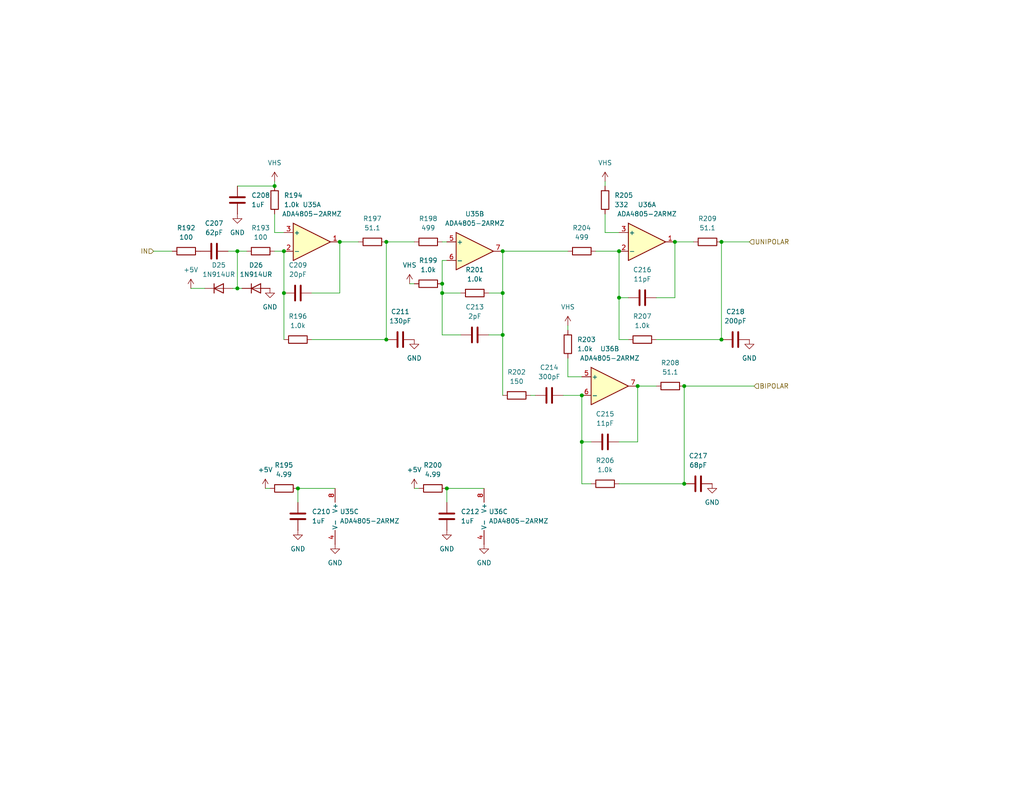
<source format=kicad_sch>
(kicad_sch (version 20231120) (generator "eeschema") (generator_version "8.0")
  (paper "USLetter")
  (title_block (title "QuERI MPU") (date "2024-06-27") (rev "RR3") (company "Noqsi Aerospace Ltd") (comment 1 "15 Blanchard Avenue, Billerica MA 01821") (comment 2 "jpd@noqsi.com"))
  (lib_symbols
    (symbol "QuERI_symbols:+2.5F" (power) (pin_names (offset 0))
      (property "Value" "+2.5F" (at 0 3.556 0))
      (symbol "+2.5F_0_1"
        (polyline (pts (xy -0.762 1.27) (xy 0 2.54)))
        (polyline (pts (xy 0 0) (xy 0 2.54)))
        (polyline (pts (xy 0 2.54) (xy 0.762 1.27)))
      )
      (symbol "+2.5F_1_1"
        (pin power_in line (at 0 0 90) (length 0) hide (name "+2.5F") (number "1"))
      )
    )
    (symbol "QuERI_symbols:1N914UR" (pin_numbers hide) (pin_names hide)
      (property "Reference" "D" (at 0 2.54 0))
      (property "Value" "1N914UR" (at 0 -2.54 0))
      (symbol "1N914UR_0_1"
        (polyline (pts (xy -1.27 1.27) (xy -1.27 -1.27)) (stroke (width 0.254)))
        (polyline (pts (xy 1.27 0) (xy -1.27 0)))
        (polyline (pts (xy 1.27 1.27) (xy 1.27 -1.27) (xy -1.27 0) (xy 1.27 1.27)) (stroke (width 0.254)))
      )
      (symbol "1N914UR_1_1"
        (pin passive line (at -3.81 0 0) (length 2.54) (name "K") (number "1"))
        (pin passive line (at 3.81 0 180) (length 2.54) (name "A") (number "2"))
      )
    )
    (symbol "QuERI_symbols:ADA4805-2ARMZ" (pin_names (offset 0.127))
      (property "Reference" "U" (at 0 5.08 0))
      (property "Value" "ADA4805-2ARMZ" (at 0 -5.08 0))
      (symbol "ADA4805-2ARMZ_1_1"
        (polyline (pts (xy -5.08 5.08) (xy 5.08 0) (xy -5.08 -5.08) (xy -5.08 5.08)) (stroke (width 0.254)) (fill (type background)))
        (pin output line (at 7.62 0 180) (length 2.54) (name "~") (number "1"))
        (pin input line (at -7.62 -2.54 0) (length 2.54) (name "-") (number "2"))
        (pin input line (at -7.62 2.54 0) (length 2.54) (name "+") (number "3"))
      )
      (symbol "ADA4805-2ARMZ_2_1"
        (polyline (pts (xy -5.08 5.08) (xy 5.08 0) (xy -5.08 -5.08) (xy -5.08 5.08)) (stroke (width 0.254)) (fill (type background)))
        (pin input line (at -7.62 2.54 0) (length 2.54) (name "+") (number "5"))
        (pin input line (at -7.62 -2.54 0) (length 2.54) (name "-") (number "6"))
        (pin output line (at 7.62 0 180) (length 2.54) (name "~") (number "7"))
      )
      (symbol "ADA4805-2ARMZ_3_1"
        (pin power_in line (at -2.54 -7.62 90) (length 3.81) (name "V-") (number "4"))
        (pin power_in line (at -2.54 7.62 270) (length 3.81) (name "V+") (number "8"))
      )
    )
    (symbol "QuERI_symbols:C" (pin_numbers hide) (pin_names (offset 0.254))
      (property "Reference" "C" (at 0.635 2.54 0))
      (property "Value" "1uF" (at 0.635 -2.54 0))
      (symbol "C_0_1"
        (polyline (pts (xy -2.032 -0.762) (xy 2.032 -0.762)) (stroke (width 0.508)))
        (polyline (pts (xy -2.032 0.762) (xy 2.032 0.762)) (stroke (width 0.508)))
      )
      (symbol "C_1_1"
        (pin passive line (at 0 3.81 270) (length 2.794) (name "~") (number "1"))
        (pin passive line (at 0 -3.81 90) (length 2.794) (name "~") (number "2"))
      )
    )
    (symbol "QuERI_symbols:Csmall" (pin_numbers hide) (pin_names (offset 0.254))
      (property "Reference" "C" (at 0.635 2.54 0))
      (property "Value" "Csmall" (at 0.635 -2.54 0))
      (symbol "Csmall_0_1"
        (polyline (pts (xy -2.032 -0.762) (xy 2.032 -0.762)) (stroke (width 0.508)))
        (polyline (pts (xy -2.032 0.762) (xy 2.032 0.762)) (stroke (width 0.508)))
      )
      (symbol "Csmall_1_1"
        (pin passive line (at 0 3.81 270) (length 2.794) (name "~") (number "1"))
        (pin passive line (at 0 -3.81 90) (length 2.794) (name "~") (number "2"))
      )
    )
    (symbol "QuERI_symbols:Rlowp" (pin_numbers hide) (pin_names (offset 0))
      (property "Reference" "R" (at 2.032 0 90))
      (property "Value" "Rlowp" (at 0 0 90))
      (symbol "Rlowp_0_1"
        (rectangle (start -1.016 -2.54) (end 1.016 2.54) (stroke (width 0.254)))
      )
      (symbol "Rlowp_1_1"
        (pin passive line (at 0 3.81 270) (length 1.27) (name "~") (number "1"))
        (pin passive line (at 0 -3.81 90) (length 1.27) (name "~") (number "2"))
      )
    )
    (symbol "power:+5V" (power) (pin_numbers hide) (pin_names (offset 0) hide)
      (property "Value" "+5V" (at 0 3.556 0))
      (symbol "+5V_0_1"
        (polyline (pts (xy -0.762 1.27) (xy 0 2.54)))
        (polyline (pts (xy 0 0) (xy 0 2.54)))
        (polyline (pts (xy 0 2.54) (xy 0.762 1.27)))
      )
      (symbol "+5V_1_1"
        (pin power_in line (at 0 0 90) (length 0) (name "~") (number "1"))
      )
    )
    (symbol "power:GND" (power) (pin_numbers hide) (pin_names (offset 0) hide)
      (property "Value" "GND" (at 0 -3.81 0))
      (symbol "GND_0_1"
        (polyline (pts (xy 0 0) (xy 0 -1.27) (xy 1.27 -1.27) (xy 0 -2.54) (xy -1.27 -1.27) (xy 0 -1.27)))
      )
      (symbol "GND_1_1"
        (pin power_in line (at 0 0 270) (length 0) (name "~") (number "1"))
      )
    )
  )
  (junction (at 137.16 80.01))
  (junction (at 186.69 132.08))
  (junction (at 137.16 68.58))
  (junction (at 120.65 80.01))
  (junction (at 196.85 66.04))
  (junction (at 196.85 92.71))
  (junction (at 64.77 78.74))
  (junction (at 77.47 68.58))
  (junction (at 137.16 91.44))
  (junction (at 105.41 66.04))
  (junction (at 158.75 107.95))
  (junction (at 158.75 120.65))
  (junction (at 74.93 50.8))
  (junction (at 184.15 66.04))
  (junction (at 105.41 92.71))
  (junction (at 81.28 133.35))
  (junction (at 168.91 81.28))
  (junction (at 64.77 68.58))
  (junction (at 173.99 105.41))
  (junction (at 121.92 133.35))
  (junction (at 168.91 68.58))
  (junction (at 92.71 66.04))
  (junction (at 120.65 77.47))
  (junction (at 77.47 80.01))
  (junction (at 186.69 105.41))
  (wire (pts (xy 168.91 92.71) (xy 168.91 81.28)))
  (wire (pts (xy 137.16 80.01) (xy 137.16 68.58)))
  (wire (pts (xy 85.09 80.01) (xy 92.71 80.01)))
  (wire (pts (xy 158.75 132.08) (xy 158.75 120.65)))
  (wire (pts (xy 64.77 68.58) (xy 67.31 68.58)))
  (wire (pts (xy 165.1 49.53) (xy 165.1 50.8)))
  (wire (pts (xy 137.16 68.58) (xy 154.94 68.58)))
  (wire (pts (xy 120.65 77.47) (xy 120.65 71.12)))
  (wire (pts (xy 154.94 97.79) (xy 154.94 102.87)))
  (wire (pts (xy 74.93 49.53) (xy 74.93 50.8)))
  (wire (pts (xy 105.41 92.71) (xy 105.41 66.04)))
  (wire (pts (xy 165.1 58.42) (xy 165.1 63.5)))
  (wire (pts (xy 74.93 68.58) (xy 77.47 68.58)))
  (wire (pts (xy 153.67 107.95) (xy 158.75 107.95)))
  (wire (pts (xy 154.94 88.9) (xy 154.94 90.17)))
  (wire (pts (xy 196.85 66.04) (xy 204.47 66.04)))
  (wire (pts (xy 74.93 63.5) (xy 77.47 63.5)))
  (wire (pts (xy 162.56 68.58) (xy 168.91 68.58)))
  (wire (pts (xy 85.09 92.71) (xy 105.41 92.71)))
  (wire (pts (xy 92.71 66.04) (xy 97.79 66.04)))
  (wire (pts (xy 184.15 81.28) (xy 184.15 66.04)))
  (wire (pts (xy 121.92 133.35) (xy 132.08 133.35)))
  (wire (pts (xy 133.35 91.44) (xy 137.16 91.44)))
  (wire (pts (xy 168.91 120.65) (xy 173.99 120.65)))
  (wire (pts (xy 165.1 63.5) (xy 168.91 63.5)))
  (wire (pts (xy 184.15 66.04) (xy 189.23 66.04)))
  (wire (pts (xy 173.99 105.41) (xy 179.07 105.41)))
  (wire (pts (xy 81.28 133.35) (xy 81.28 137.16)))
  (wire (pts (xy 158.75 120.65) (xy 161.29 120.65)))
  (wire (pts (xy 125.73 80.01) (xy 120.65 80.01)))
  (wire (pts (xy 186.69 132.08) (xy 186.69 105.41)))
  (wire (pts (xy 137.16 91.44) (xy 137.16 107.95)))
  (wire (pts (xy 81.28 133.35) (xy 91.44 133.35)))
  (wire (pts (xy 168.91 81.28) (xy 168.91 68.58)))
  (wire (pts (xy 158.75 120.65) (xy 158.75 107.95)))
  (wire (pts (xy 120.65 71.12) (xy 121.92 71.12)))
  (wire (pts (xy 154.94 102.87) (xy 158.75 102.87)))
  (wire (pts (xy 121.92 133.35) (xy 121.92 137.16)))
  (wire (pts (xy 64.77 68.58) (xy 64.77 78.74)))
  (wire (pts (xy 120.65 80.01) (xy 120.65 77.47)))
  (wire (pts (xy 113.03 133.35) (xy 114.3 133.35)))
  (wire (pts (xy 64.77 50.8) (xy 74.93 50.8)))
  (wire (pts (xy 133.35 80.01) (xy 137.16 80.01)))
  (wire (pts (xy 52.07 78.74) (xy 55.88 78.74)))
  (wire (pts (xy 186.69 105.41) (xy 205.74 105.41)))
  (wire (pts (xy 168.91 132.08) (xy 186.69 132.08)))
  (wire (pts (xy 120.65 66.04) (xy 121.92 66.04)))
  (wire (pts (xy 72.39 133.35) (xy 73.66 133.35)))
  (wire (pts (xy 137.16 91.44) (xy 137.16 80.01)))
  (wire (pts (xy 144.78 107.95) (xy 146.05 107.95)))
  (wire (pts (xy 168.91 81.28) (xy 171.45 81.28)))
  (wire (pts (xy 105.41 66.04) (xy 113.03 66.04)))
  (wire (pts (xy 171.45 92.71) (xy 168.91 92.71)))
  (wire (pts (xy 161.29 132.08) (xy 158.75 132.08)))
  (wire (pts (xy 120.65 91.44) (xy 120.65 80.01)))
  (wire (pts (xy 64.77 78.74) (xy 66.04 78.74)))
  (wire (pts (xy 63.5 78.74) (xy 64.77 78.74)))
  (wire (pts (xy 179.07 81.28) (xy 184.15 81.28)))
  (wire (pts (xy 77.47 68.58) (xy 77.47 80.01)))
  (wire (pts (xy 196.85 92.71) (xy 196.85 66.04)))
  (wire (pts (xy 74.93 58.42) (xy 74.93 63.5)))
  (wire (pts (xy 92.71 80.01) (xy 92.71 66.04)))
  (wire (pts (xy 41.91 68.58) (xy 46.99 68.58)))
  (wire (pts (xy 125.73 91.44) (xy 120.65 91.44)))
  (wire (pts (xy 77.47 80.01) (xy 77.47 92.71)))
  (wire (pts (xy 179.07 92.71) (xy 196.85 92.71)))
  (wire (pts (xy 173.99 120.65) (xy 173.99 105.41)))
  (wire (pts (xy 62.23 68.58) (xy 64.77 68.58)))
  (wire (pts (xy 111.76 77.47) (xy 113.03 77.47)))
  (hierarchical_label "UNIPOLAR" (shape input) (at 204.47 66.04 0))
  (hierarchical_label "IN" (shape input) (at 41.91 68.58 180))
  (hierarchical_label "BIPOLAR" (shape input) (at 205.74 105.41 0))
  (symbol (lib_id "QuERI_symbols:1N914UR") (at 69.85 78.74 0) (unit 1)
    (property "Reference" "D26" (at 69.85 72.39 0))
    (property "Value" "1N914UR" (at 69.85 74.93 0))
    (property "Footprint" "Diode_SMD:D_MiniMELF" (effects (hide yes)))
    (property "Description" "General Purpose Switching Diode" (effects (hide yes)))
    (property "Sim.Device" "D" (effects (hide yes)))
    (property "Sim.Pins" "1=K 2=A" (effects (hide yes)))
    (instances (project "MPU" (path "" (reference "D26") (unit 1)) (path "" (reference "D20") (unit 1))))
  )
  (symbol (lib_id "QuERI_symbols:ADA4805-2ARMZ") (at 85.09 66.04 0) (unit 1)
    (property "Reference" "U35" (at 85.09 55.88 0))
    (property "Value" "ADA4805-2ARMZ" (at 85.09 58.42 0))
    (property "Footprint" "Package_SO:MSOP-8_3x3mm_P0.65mm" (effects (hide yes)))
    (property "Datasheet" "https://www.analog.com/media/en/technical-documentation/data-sheets/ADA4805-1_4805-2.pdf" (effects (hide yes)))
    (property "Description" "Dual Operational Amplifiers, DIP-8/SOIC-8/TSSOP-8/VSSOP-8" (effects (hide yes)))
    (instances (project "MPU" (path "" (reference "U35") (unit 1)) (path "" (reference "U20") (unit 1))))
  )
  (symbol (lib_id "power:GND") (at 132.08 148.59 0) (unit 1)
    (property "Reference" "#PWR0309" (effects (hide yes)))
    (property "Value" "GND" (at 132.08 153.67 0))
    (property "Description" "Power symbol creates a global label with name \"GND\" , ground" (effects (hide yes)))
    (instances (project "MPU" (path "" (reference "#PWR0309") (unit 1)) (path "" (reference "#PWR0191") (unit 1))))
  )
  (symbol (lib_id "power:+5V") (at 52.07 78.74 0) (unit 1)
    (property "Reference" "#PWR0298" (effects (hide yes)))
    (property "Value" "+5V" (at 52.07 73.66 0))
    (property "Description" "Power symbol creates a global label with name \"+5V\"" (effects (hide yes)))
    (instances (project "MPU" (path "" (reference "#PWR0298") (unit 1)) (path "" (reference "#PWR0180") (unit 1))))
  )
  (symbol (lib_id "QuERI_symbols:+2.5F") (at 154.94 88.9 0) (unit 1)
    (property "Reference" "#PWR0310" (effects (hide yes)))
    (property "Value" "VHS" (at 154.94 83.82 0))
    (property "Description" "Power symbol creates a global label with name \"+2.5F\"" (effects (hide yes)))
    (instances (project "MPU" (path "" (reference "#PWR0310") (unit 1)) (path "" (reference "#PWR0192") (unit 1))))
  )
  (symbol (lib_id "power:GND") (at 113.03 92.71 0) (unit 1)
    (property "Reference" "#PWR0306" (effects (hide yes)))
    (property "Value" "GND" (at 113.03 97.79 0))
    (property "Description" "Power symbol creates a global label with name \"GND\" , ground" (effects (hide yes)))
    (instances (project "MPU" (path "" (reference "#PWR0306") (unit 1)) (path "" (reference "#PWR0188") (unit 1))))
  )
  (symbol (lib_id "QuERI_symbols:Rlowp") (at 158.75 68.58 90) (unit 1)
    (property "Reference" "R204" (at 158.75 62.23 90))
    (property "Value" "499" (at 158.75 64.77 90))
    (property "Footprint" "Resistor_SMD:R_0603_1608Metric" (effects (hide yes)))
    (property "Description" "Resistor" (effects (hide yes)))
    (property "Spec" "1% 1/10W" (effects (hide yes)))
    (instances (project "MPU" (path "" (reference "R204") (unit 1)) (path "" (reference "R117") (unit 1))))
  )
  (symbol (lib_id "power:GND") (at 194.31 132.08 0) (unit 1)
    (property "Reference" "#PWR0312" (effects (hide yes)))
    (property "Value" "GND" (at 194.31 137.16 0))
    (property "Description" "Power symbol creates a global label with name \"GND\" , ground" (effects (hide yes)))
    (instances (project "MPU" (path "" (reference "#PWR0312") (unit 1)) (path "" (reference "#PWR0194") (unit 1))))
  )
  (symbol (lib_id "QuERI_symbols:ADA4805-2ARMZ") (at 93.98 140.97 0) (unit 3)
    (property "Reference" "U35" (at 92.71 139.7 0) (effects (justify left)))
    (property "Value" "ADA4805-2ARMZ" (at 92.71 142.24 0) (effects (justify left)))
    (property "Footprint" "Package_SO:MSOP-8_3x3mm_P0.65mm" (effects (hide yes)))
    (property "Datasheet" "https://www.analog.com/media/en/technical-documentation/data-sheets/ADA4805-1_4805-2.pdf" (effects (hide yes)))
    (property "Description" "Dual Operational Amplifiers, DIP-8/SOIC-8/TSSOP-8/VSSOP-8" (effects (hide yes)))
    (instances (project "MPU" (path "" (reference "U35") (unit 3)) (path "" (reference "U20") (unit 3))))
  )
  (symbol (lib_id "QuERI_symbols:ADA4805-2ARMZ") (at 134.62 140.97 0) (unit 3)
    (property "Reference" "U36" (at 133.35 139.7 0) (effects (justify left)))
    (property "Value" "ADA4805-2ARMZ" (at 133.35 142.24 0) (effects (justify left)))
    (property "Footprint" "Package_SO:MSOP-8_3x3mm_P0.65mm" (effects (hide yes)))
    (property "Datasheet" "https://www.analog.com/media/en/technical-documentation/data-sheets/ADA4805-1_4805-2.pdf" (effects (hide yes)))
    (property "Description" "Dual Operational Amplifiers, DIP-8/SOIC-8/TSSOP-8/VSSOP-8" (effects (hide yes)))
    (instances (project "MPU" (path "" (reference "U36") (unit 3)) (path "" (reference "U21") (unit 3))))
  )
  (symbol (lib_id "QuERI_symbols:Rlowp") (at 175.26 92.71 90) (unit 1)
    (property "Reference" "R207" (at 175.26 86.36 90))
    (property "Value" "1.0k" (at 175.26 88.9 90))
    (property "Footprint" "Resistor_SMD:R_0603_1608Metric" (effects (hide yes)))
    (property "Description" "Resistor" (effects (hide yes)))
    (property "Spec" "1% 1/10W" (effects (hide yes)))
    (instances (project "MPU" (path "" (reference "R207") (unit 1)) (path "" (reference "R120") (unit 1))))
  )
  (symbol (lib_id "QuERI_symbols:Csmall") (at 175.26 81.28 90) (unit 1)
    (property "Reference" "C216" (at 175.26 73.66 90))
    (property "Value" "11pF" (at 175.26 76.2 90))
    (property "Footprint" "Capacitor_SMD:C_0603_1608Metric" (effects (hide yes)))
    (property "Description" "Unpolarized capacitor" (effects (hide yes)))
    (property "Spec" "50WVDC C0G" (effects (hide yes)))
    (instances (project "MPU" (path "" (reference "C216") (unit 1)) (path "" (reference "C88") (unit 1))))
  )
  (symbol (lib_id "QuERI_symbols:Rlowp") (at 165.1 54.61 0) (unit 1)
    (property "Reference" "R205" (at 167.64 53.34 0) (effects (justify left)))
    (property "Value" "332" (at 167.64 55.88 0) (effects (justify left)))
    (property "Footprint" "Resistor_SMD:R_0603_1608Metric" (effects (hide yes)))
    (property "Description" "Resistor" (effects (hide yes)))
    (property "Spec" "1% 1/10W" (effects (hide yes)))
    (instances (project "MPU" (path "" (reference "R205") (unit 1)) (path "" (reference "R118") (unit 1))))
  )
  (symbol (lib_id "QuERI_symbols:1N914UR") (at 59.69 78.74 0) (unit 1)
    (property "Reference" "D25" (at 59.69 72.39 0))
    (property "Value" "1N914UR" (at 59.69 74.93 0))
    (property "Footprint" "Diode_SMD:D_MiniMELF" (effects (hide yes)))
    (property "Description" "General Purpose Switching Diode" (effects (hide yes)))
    (property "Sim.Device" "D" (effects (hide yes)))
    (property "Sim.Pins" "1=K 2=A" (effects (hide yes)))
    (instances (project "MPU" (path "" (reference "D25") (unit 1)) (path "" (reference "D19") (unit 1))))
  )
  (symbol (lib_id "QuERI_symbols:C") (at 121.92 140.97 0) (unit 1)
    (property "Reference" "C212" (at 125.73 139.7 0) (effects (justify left)))
    (property "Value" "1uF" (at 125.73 142.24 0) (effects (justify left)))
    (property "Footprint" "Capacitor_SMD:C_0805_2012Metric" (effects (hide yes)))
    (property "Description" "Unpolarized capacitor" (effects (hide yes)))
    (property "Spec" "16WVDC X7R" (effects (hide yes)))
    (instances (project "MPU" (path "" (reference "C212") (unit 1)) (path "" (reference "C84") (unit 1))))
  )
  (symbol (lib_id "QuERI_symbols:Rlowp") (at 193.04 66.04 90) (unit 1)
    (property "Reference" "R209" (at 193.04 59.69 90))
    (property "Value" "51.1" (at 193.04 62.23 90))
    (property "Footprint" "Resistor_SMD:R_0603_1608Metric" (effects (hide yes)))
    (property "Description" "Resistor" (effects (hide yes)))
    (property "Spec" "1% 1/10W" (effects (hide yes)))
    (instances (project "MPU" (path "" (reference "R209") (unit 1)) (path "" (reference "R122") (unit 1))))
  )
  (symbol (lib_id "QuERI_symbols:Rlowp") (at 116.84 66.04 90) (unit 1)
    (property "Reference" "R198" (at 116.84 59.69 90))
    (property "Value" "499" (at 116.84 62.23 90))
    (property "Footprint" "Resistor_SMD:R_0603_1608Metric" (effects (hide yes)))
    (property "Description" "Resistor" (effects (hide yes)))
    (property "Spec" "1% 1/10W" (effects (hide yes)))
    (instances (project "MPU" (path "" (reference "R198") (unit 1)) (path "" (reference "R111") (unit 1))))
  )
  (symbol (lib_id "QuERI_symbols:ADA4805-2ARMZ") (at 176.53 66.04 0) (unit 1)
    (property "Reference" "U36" (at 176.53 55.88 0))
    (property "Value" "ADA4805-2ARMZ" (at 176.53 58.42 0))
    (property "Footprint" "Package_SO:MSOP-8_3x3mm_P0.65mm" (effects (hide yes)))
    (property "Datasheet" "https://www.analog.com/media/en/technical-documentation/data-sheets/ADA4805-1_4805-2.pdf" (effects (hide yes)))
    (property "Description" "Dual Operational Amplifiers, DIP-8/SOIC-8/TSSOP-8/VSSOP-8" (effects (hide yes)))
    (instances (project "MPU" (path "" (reference "U36") (unit 1)) (path "" (reference "U21") (unit 1))))
  )
  (symbol (lib_id "power:GND") (at 81.28 144.78 0) (unit 1)
    (property "Reference" "#PWR0303" (effects (hide yes)))
    (property "Value" "GND" (at 81.28 149.86 0))
    (property "Description" "Power symbol creates a global label with name \"GND\" , ground" (effects (hide yes)))
    (instances (project "MPU" (path "" (reference "#PWR0303") (unit 1)) (path "" (reference "#PWR0185") (unit 1))))
  )
  (symbol (lib_id "QuERI_symbols:Rlowp") (at 77.47 133.35 90) (unit 1)
    (property "Reference" "R195" (at 77.47 127 90))
    (property "Value" "4.99" (at 77.47 129.54 90))
    (property "Footprint" "Resistor_SMD:R_0603_1608Metric" (effects (hide yes)))
    (property "Description" "Resistor" (effects (hide yes)))
    (property "Spec" "1% 1/10W" (effects (hide yes)))
    (instances (project "MPU" (path "" (reference "R195") (unit 1)) (path "" (reference "R108") (unit 1))))
  )
  (symbol (lib_id "power:GND") (at 64.77 58.42 0) (unit 1)
    (property "Reference" "#PWR0299" (effects (hide yes)))
    (property "Value" "GND" (at 64.77 63.5 0))
    (property "Description" "Power symbol creates a global label with name \"GND\" , ground" (effects (hide yes)))
    (instances (project "MPU" (path "" (reference "#PWR0299") (unit 1)) (path "" (reference "#PWR0181") (unit 1))))
  )
  (symbol (lib_id "QuERI_symbols:Csmall") (at 190.5 132.08 90) (unit 1)
    (property "Reference" "C217" (at 190.5 124.46 90))
    (property "Value" "68pF" (at 190.5 127 90))
    (property "Footprint" "Capacitor_SMD:C_0603_1608Metric" (effects (hide yes)))
    (property "Description" "Unpolarized capacitor" (effects (hide yes)))
    (property "Spec" "50WVDC C0G" (effects (hide yes)))
    (instances (project "MPU" (path "" (reference "C217") (unit 1)) (path "" (reference "C89") (unit 1))))
  )
  (symbol (lib_id "power:+5V") (at 72.39 133.35 0) (unit 1)
    (property "Reference" "#PWR0300" (effects (hide yes)))
    (property "Value" "+5V" (at 72.39 128.27 0))
    (property "Description" "Power symbol creates a global label with name \"+5V\"" (effects (hide yes)))
    (instances (project "MPU" (path "" (reference "#PWR0300") (unit 1)) (path "" (reference "#PWR0182") (unit 1))))
  )
  (symbol (lib_id "QuERI_symbols:Rlowp") (at 182.88 105.41 90) (unit 1)
    (property "Reference" "R208" (at 182.88 99.06 90))
    (property "Value" "51.1" (at 182.88 101.6 90))
    (property "Footprint" "Resistor_SMD:R_0603_1608Metric" (effects (hide yes)))
    (property "Description" "Resistor" (effects (hide yes)))
    (property "Spec" "1% 1/10W" (effects (hide yes)))
    (instances (project "MPU" (path "" (reference "R208") (unit 1)) (path "" (reference "R121") (unit 1))))
  )
  (symbol (lib_id "QuERI_symbols:Rlowp") (at 154.94 93.98 0) (unit 1)
    (property "Reference" "R203" (at 157.48 92.71 0) (effects (justify left)))
    (property "Value" "1.0k" (at 157.48 95.25 0) (effects (justify left)))
    (property "Footprint" "Resistor_SMD:R_0603_1608Metric" (effects (hide yes)))
    (property "Description" "Resistor" (effects (hide yes)))
    (property "Spec" "1% 1/10W" (effects (hide yes)))
    (instances (project "MPU" (path "" (reference "R203") (unit 1)) (path "" (reference "R116") (unit 1))))
  )
  (symbol (lib_id "QuERI_symbols:Csmall") (at 165.1 120.65 90) (unit 1)
    (property "Reference" "C215" (at 165.1 113.03 90))
    (property "Value" "11pF" (at 165.1 115.57 90))
    (property "Footprint" "Capacitor_SMD:C_0603_1608Metric" (effects (hide yes)))
    (property "Description" "Unpolarized capacitor" (effects (hide yes)))
    (property "Spec" "50WVDC C0G" (effects (hide yes)))
    (instances (project "MPU" (path "" (reference "C215") (unit 1)) (path "" (reference "C87") (unit 1))))
  )
  (symbol (lib_id "QuERI_symbols:Rlowp") (at 71.12 68.58 90) (unit 1)
    (property "Reference" "R193" (at 71.12 62.23 90))
    (property "Value" "100" (at 71.12 64.77 90))
    (property "Footprint" "Resistor_SMD:R_0603_1608Metric" (effects (hide yes)))
    (property "Description" "Resistor" (effects (hide yes)))
    (property "Spec" "1% 1/10W" (effects (hide yes)))
    (instances (project "MPU" (path "" (reference "R193") (unit 1)) (path "" (reference "R106") (unit 1))))
  )
  (symbol (lib_id "QuERI_symbols:Rlowp") (at 50.8 68.58 90) (unit 1)
    (property "Reference" "R192" (at 50.8 62.23 90))
    (property "Value" "100" (at 50.8 64.77 90))
    (property "Footprint" "Resistor_SMD:R_0603_1608Metric" (effects (hide yes)))
    (property "Description" "Resistor" (effects (hide yes)))
    (property "Spec" "1% 1/10W" (effects (hide yes)))
    (instances (project "MPU" (path "" (reference "R192") (unit 1)) (path "" (reference "R105") (unit 1))))
  )
  (symbol (lib_id "QuERI_symbols:Rlowp") (at 81.28 92.71 90) (unit 1)
    (property "Reference" "R196" (at 81.28 86.36 90))
    (property "Value" "1.0k" (at 81.28 88.9 90))
    (property "Footprint" "Resistor_SMD:R_0603_1608Metric" (effects (hide yes)))
    (property "Description" "Resistor" (effects (hide yes)))
    (property "Spec" "1% 1/10W" (effects (hide yes)))
    (instances (project "MPU" (path "" (reference "R196") (unit 1)) (path "" (reference "R109") (unit 1))))
  )
  (symbol (lib_id "QuERI_symbols:Csmall") (at 129.54 91.44 90) (unit 1)
    (property "Reference" "C213" (at 129.54 83.82 90))
    (property "Value" "2pF" (at 129.54 86.36 90))
    (property "Footprint" "Capacitor_SMD:C_0603_1608Metric" (effects (hide yes)))
    (property "Description" "Unpolarized capacitor" (effects (hide yes)))
    (property "Spec" "50WVDC C0G" (effects (hide yes)))
    (instances (project "MPU" (path "" (reference "C213") (unit 1)) (path "" (reference "C85") (unit 1))))
  )
  (symbol (lib_id "power:+5V") (at 113.03 133.35 0) (unit 1)
    (property "Reference" "#PWR0307" (effects (hide yes)))
    (property "Value" "+5V" (at 113.03 128.27 0))
    (property "Description" "Power symbol creates a global label with name \"+5V\"" (effects (hide yes)))
    (instances (project "MPU" (path "" (reference "#PWR0307") (unit 1)) (path "" (reference "#PWR0189") (unit 1))))
  )
  (symbol (lib_id "QuERI_symbols:ADA4805-2ARMZ") (at 129.54 68.58 0) (unit 2)
    (property "Reference" "U35" (at 129.54 58.42 0))
    (property "Value" "ADA4805-2ARMZ" (at 129.54 60.96 0))
    (property "Footprint" "Package_SO:MSOP-8_3x3mm_P0.65mm" (effects (hide yes)))
    (property "Datasheet" "https://www.analog.com/media/en/technical-documentation/data-sheets/ADA4805-1_4805-2.pdf" (effects (hide yes)))
    (property "Description" "Dual Operational Amplifiers, DIP-8/SOIC-8/TSSOP-8/VSSOP-8" (effects (hide yes)))
    (instances (project "MPU" (path "" (reference "U35") (unit 2)) (path "" (reference "U20") (unit 2))))
  )
  (symbol (lib_id "power:GND") (at 204.47 92.71 0) (unit 1)
    (property "Reference" "#PWR0313" (effects (hide yes)))
    (property "Value" "GND" (at 204.47 97.79 0))
    (property "Description" "Power symbol creates a global label with name \"GND\" , ground" (effects (hide yes)))
    (instances (project "MPU" (path "" (reference "#PWR0313") (unit 1)) (path "" (reference "#PWR0195") (unit 1))))
  )
  (symbol (lib_id "QuERI_symbols:Rlowp") (at 101.6 66.04 90) (unit 1)
    (property "Reference" "R197" (at 101.6 59.69 90))
    (property "Value" "51.1" (at 101.6 62.23 90))
    (property "Footprint" "Resistor_SMD:R_0603_1608Metric" (effects (hide yes)))
    (property "Description" "Resistor" (effects (hide yes)))
    (property "Spec" "1% 1/10W" (effects (hide yes)))
    (instances (project "MPU" (path "" (reference "R197") (unit 1)) (path "" (reference "R110") (unit 1))))
  )
  (symbol (lib_id "QuERI_symbols:Rlowp") (at 129.54 80.01 90) (unit 1)
    (property "Reference" "R201" (at 129.54 73.66 90))
    (property "Value" "1.0k" (at 129.54 76.2 90))
    (property "Footprint" "Resistor_SMD:R_0603_1608Metric" (effects (hide yes)))
    (property "Description" "Resistor" (effects (hide yes)))
    (property "Spec" "1% 1/10W" (effects (hide yes)))
    (instances (project "MPU" (path "" (reference "R201") (unit 1)) (path "" (reference "R114") (unit 1))))
  )
  (symbol (lib_id "QuERI_symbols:Rlowp") (at 116.84 77.47 90) (unit 1)
    (property "Reference" "R199" (at 116.84 71.12 90))
    (property "Value" "1.0k" (at 116.84 73.66 90))
    (property "Footprint" "Resistor_SMD:R_0603_1608Metric" (effects (hide yes)))
    (property "Description" "Resistor" (effects (hide yes)))
    (property "Spec" "1% 1/10W" (effects (hide yes)))
    (instances (project "MPU" (path "" (reference "R199") (unit 1)) (path "" (reference "R112") (unit 1))))
  )
  (symbol (lib_id "QuERI_symbols:Rlowp") (at 165.1 132.08 90) (unit 1)
    (property "Reference" "R206" (at 165.1 125.73 90))
    (property "Value" "1.0k" (at 165.1 128.27 90))
    (property "Footprint" "Resistor_SMD:R_0603_1608Metric" (effects (hide yes)))
    (property "Description" "Resistor" (effects (hide yes)))
    (property "Spec" "1% 1/10W" (effects (hide yes)))
    (instances (project "MPU" (path "" (reference "R206") (unit 1)) (path "" (reference "R119") (unit 1))))
  )
  (symbol (lib_id "QuERI_symbols:Rlowp") (at 140.97 107.95 90) (unit 1)
    (property "Reference" "R202" (at 140.97 101.6 90))
    (property "Value" "150" (at 140.97 104.14 90))
    (property "Footprint" "Resistor_SMD:R_0603_1608Metric" (effects (hide yes)))
    (property "Description" "Resistor" (effects (hide yes)))
    (property "Spec" "1% 1/10W" (effects (hide yes)))
    (instances (project "MPU" (path "" (reference "R202") (unit 1)) (path "" (reference "R115") (unit 1))))
  )
  (symbol (lib_id "QuERI_symbols:+2.5F") (at 111.76 77.47 0) (unit 1)
    (property "Reference" "#PWR0305" (effects (hide yes)))
    (property "Value" "VHS" (at 111.76 72.39 0))
    (property "Description" "Power symbol creates a global label with name \"+2.5F\"" (effects (hide yes)))
    (instances (project "MPU" (path "" (reference "#PWR0305") (unit 1)) (path "" (reference "#PWR0187") (unit 1))))
  )
  (symbol (lib_id "QuERI_symbols:C") (at 64.77 54.61 0) (unit 1)
    (property "Reference" "C208" (at 68.58 53.34 0) (effects (justify left)))
    (property "Value" "1uF" (at 68.58 55.88 0) (effects (justify left)))
    (property "Footprint" "Capacitor_SMD:C_0805_2012Metric" (effects (hide yes)))
    (property "Description" "Unpolarized capacitor" (effects (hide yes)))
    (property "Spec" "16WVDC X7R" (effects (hide yes)))
    (instances (project "MPU" (path "" (reference "C208") (unit 1)) (path "" (reference "C80") (unit 1))))
  )
  (symbol (lib_id "power:GND") (at 121.92 144.78 0) (unit 1)
    (property "Reference" "#PWR0308" (effects (hide yes)))
    (property "Value" "GND" (at 121.92 149.86 0))
    (property "Description" "Power symbol creates a global label with name \"GND\" , ground" (effects (hide yes)))
    (instances (project "MPU" (path "" (reference "#PWR0308") (unit 1)) (path "" (reference "#PWR0190") (unit 1))))
  )
  (symbol (lib_id "QuERI_symbols:Csmall") (at 200.66 92.71 90) (unit 1)
    (property "Reference" "C218" (at 200.66 85.09 90))
    (property "Value" "200pF" (at 200.66 87.63 90))
    (property "Footprint" "Capacitor_SMD:C_0603_1608Metric" (effects (hide yes)))
    (property "Description" "Unpolarized capacitor" (effects (hide yes)))
    (property "Spec" "50WVDC C0G" (effects (hide yes)))
    (instances (project "MPU" (path "" (reference "C218") (unit 1)) (path "" (reference "C90") (unit 1))))
  )
  (symbol (lib_id "QuERI_symbols:Csmall") (at 149.86 107.95 90) (unit 1)
    (property "Reference" "C214" (at 149.86 100.33 90))
    (property "Value" "300pF" (at 149.86 102.87 90))
    (property "Footprint" "Capacitor_SMD:C_0603_1608Metric" (effects (hide yes)))
    (property "Description" "Unpolarized capacitor" (effects (hide yes)))
    (property "Spec" "50WVDC C0G" (effects (hide yes)))
    (instances (project "MPU" (path "" (reference "C214") (unit 1)) (path "" (reference "C86") (unit 1))))
  )
  (symbol (lib_id "QuERI_symbols:ADA4805-2ARMZ") (at 166.37 105.41 0) (unit 2)
    (property "Reference" "U36" (at 166.37 95.25 0))
    (property "Value" "ADA4805-2ARMZ" (at 166.37 97.79 0))
    (property "Footprint" "Package_SO:MSOP-8_3x3mm_P0.65mm" (effects (hide yes)))
    (property "Datasheet" "https://www.analog.com/media/en/technical-documentation/data-sheets/ADA4805-1_4805-2.pdf" (effects (hide yes)))
    (property "Description" "Dual Operational Amplifiers, DIP-8/SOIC-8/TSSOP-8/VSSOP-8" (effects (hide yes)))
    (instances (project "MPU" (path "" (reference "U36") (unit 2)) (path "" (reference "U21") (unit 2))))
  )
  (symbol (lib_id "power:GND") (at 73.66 78.74 0) (unit 1)
    (property "Reference" "#PWR0301" (effects (hide yes)))
    (property "Value" "GND" (at 73.66 83.82 0))
    (property "Description" "Power symbol creates a global label with name \"GND\" , ground" (effects (hide yes)))
    (instances (project "MPU" (path "" (reference "#PWR0301") (unit 1)) (path "" (reference "#PWR0183") (unit 1))))
  )
  (symbol (lib_id "QuERI_symbols:+2.5F") (at 165.1 49.53 0) (unit 1)
    (property "Reference" "#PWR0311" (effects (hide yes)))
    (property "Value" "VHS" (at 165.1 44.45 0))
    (property "Description" "Power symbol creates a global label with name \"+2.5F\"" (effects (hide yes)))
    (instances (project "MPU" (path "" (reference "#PWR0311") (unit 1)) (path "" (reference "#PWR0193") (unit 1))))
  )
  (symbol (lib_id "QuERI_symbols:Rlowp") (at 74.93 54.61 0) (unit 1)
    (property "Reference" "R194" (at 77.47 53.34 0) (effects (justify left)))
    (property "Value" "1.0k" (at 77.47 55.88 0) (effects (justify left)))
    (property "Footprint" "Resistor_SMD:R_0603_1608Metric" (effects (hide yes)))
    (property "Description" "Resistor" (effects (hide yes)))
    (property "Spec" "1% 1/10W" (effects (hide yes)))
    (instances (project "MPU" (path "" (reference "R194") (unit 1)) (path "" (reference "R107") (unit 1))))
  )
  (symbol (lib_id "QuERI_symbols:Csmall") (at 109.22 92.71 90) (unit 1)
    (property "Reference" "C211" (at 109.22 85.09 90))
    (property "Value" "130pF" (at 109.22 87.63 90))
    (property "Footprint" "Capacitor_SMD:C_0603_1608Metric" (effects (hide yes)))
    (property "Description" "Unpolarized capacitor" (effects (hide yes)))
    (property "Spec" "50WVDC C0G" (effects (hide yes)))
    (instances (project "MPU" (path "" (reference "C211") (unit 1)) (path "" (reference "C83") (unit 1))))
  )
  (symbol (lib_id "QuERI_symbols:Rlowp") (at 118.11 133.35 90) (unit 1)
    (property "Reference" "R200" (at 118.11 127 90))
    (property "Value" "4.99" (at 118.11 129.54 90))
    (property "Footprint" "Resistor_SMD:R_0603_1608Metric" (effects (hide yes)))
    (property "Description" "Resistor" (effects (hide yes)))
    (property "Spec" "1% 1/10W" (effects (hide yes)))
    (instances (project "MPU" (path "" (reference "R200") (unit 1)) (path "" (reference "R113") (unit 1))))
  )
  (symbol (lib_id "QuERI_symbols:Csmall") (at 81.28 80.01 90) (unit 1)
    (property "Reference" "C209" (at 81.28 72.39 90))
    (property "Value" "20pF" (at 81.28 74.93 90))
    (property "Footprint" "Capacitor_SMD:C_0603_1608Metric" (effects (hide yes)))
    (property "Description" "Unpolarized capacitor" (effects (hide yes)))
    (property "Spec" "50WVDC C0G" (effects (hide yes)))
    (instances (project "MPU" (path "" (reference "C209") (unit 1)) (path "" (reference "C81") (unit 1))))
  )
  (symbol (lib_id "QuERI_symbols:Csmall") (at 58.42 68.58 90) (unit 1)
    (property "Reference" "C207" (at 58.42 60.96 90))
    (property "Value" "62pF" (at 58.42 63.5 90))
    (property "Footprint" "Capacitor_SMD:C_0603_1608Metric" (effects (hide yes)))
    (property "Description" "Unpolarized capacitor" (effects (hide yes)))
    (property "Spec" "50WVDC C0G" (effects (hide yes)))
    (instances (project "MPU" (path "" (reference "C207") (unit 1)) (path "" (reference "C79") (unit 1))))
  )
  (symbol (lib_id "power:GND") (at 91.44 148.59 0) (unit 1)
    (property "Reference" "#PWR0304" (effects (hide yes)))
    (property "Value" "GND" (at 91.44 153.67 0))
    (property "Description" "Power symbol creates a global label with name \"GND\" , ground" (effects (hide yes)))
    (instances (project "MPU" (path "" (reference "#PWR0304") (unit 1)) (path "" (reference "#PWR0186") (unit 1))))
  )
  (symbol (lib_id "QuERI_symbols:+2.5F") (at 74.93 49.53 0) (unit 1)
    (property "Reference" "#PWR0302" (effects (hide yes)))
    (property "Value" "VHS" (at 74.93 44.45 0))
    (property "Description" "Power symbol creates a global label with name \"+2.5F\"" (effects (hide yes)))
    (instances (project "MPU" (path "" (reference "#PWR0302") (unit 1)) (path "" (reference "#PWR0184") (unit 1))))
  )
  (symbol (lib_id "QuERI_symbols:C") (at 81.28 140.97 0) (unit 1)
    (property "Reference" "C210" (at 85.09 139.7 0) (effects (justify left)))
    (property "Value" "1uF" (at 85.09 142.24 0) (effects (justify left)))
    (property "Footprint" "Capacitor_SMD:C_0805_2012Metric" (effects (hide yes)))
    (property "Description" "Unpolarized capacitor" (effects (hide yes)))
    (property "Spec" "16WVDC X7R" (effects (hide yes)))
    (instances (project "MPU" (path "" (reference "C210") (unit 1)) (path "" (reference "C82") (unit 1))))
  )
)
</source>
